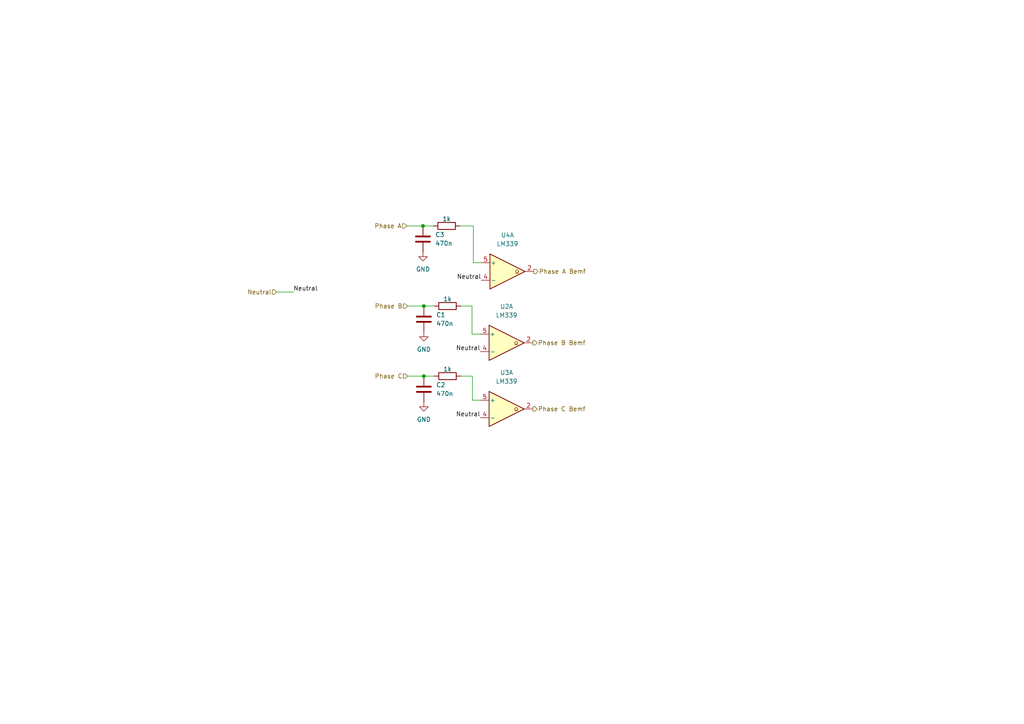
<source format=kicad_sch>
(kicad_sch (version 20230121) (generator eeschema)
  (paper "A4")
  (lib_symbols
    (symbol "Comparator:LM339" (pin_names (offset 0.127))
      (property "Reference" "U" (at 0 5.08 0))
      (property "Value" "LM339" (at 0 -5.08 0))
      (symbol "LM339_1_1"
        (polyline (pts (xy -5.08 5.08) (xy 5.08 0) (xy -5.08 -5.08) (xy -5.08 5.08)) (stroke (width 0.254)) (fill (type background)))
        (polyline (pts (xy 3.302 -0.508) (xy 2.794 -0.508) (xy 3.302 0) (xy 2.794 0.508) (xy 2.286 0) (xy 2.794 -0.508) (xy 2.286 -0.508)) (stroke (width 0.127)))
        (pin open_collector line (at 7.62 0 180) (length 2.54) (name "~") (number "2"))
        (pin input line (at -7.62 -2.54 0) (length 2.54) (name "-") (number "4"))
        (pin input line (at -7.62 2.54 0) (length 2.54) (name "+") (number "5"))
      )
      (symbol "LM339_2_1"
        (polyline (pts (xy -5.08 5.08) (xy 5.08 0) (xy -5.08 -5.08) (xy -5.08 5.08)) (stroke (width 0.254)) (fill (type background)))
        (polyline (pts (xy 3.302 -0.508) (xy 2.794 -0.508) (xy 3.302 0) (xy 2.794 0.508) (xy 2.286 0) (xy 2.794 -0.508) (xy 2.286 -0.508)) (stroke (width 0.127)))
        (pin open_collector line (at 7.62 0 180) (length 2.54) (name "~") (number "1"))
        (pin input line (at -7.62 -2.54 0) (length 2.54) (name "-") (number "6"))
        (pin input line (at -7.62 2.54 0) (length 2.54) (name "+") (number "7"))
      )
      (symbol "LM339_3_1"
        (polyline (pts (xy -5.08 5.08) (xy 5.08 0) (xy -5.08 -5.08) (xy -5.08 5.08)) (stroke (width 0.254)) (fill (type background)))
        (polyline (pts (xy 3.302 -0.508) (xy 2.794 -0.508) (xy 3.302 0) (xy 2.794 0.508) (xy 2.286 0) (xy 2.794 -0.508) (xy 2.286 -0.508)) (stroke (width 0.127)))
        (pin input line (at -7.62 -2.54 0) (length 2.54) (name "-") (number "10"))
        (pin input line (at -7.62 2.54 0) (length 2.54) (name "+") (number "11"))
        (pin open_collector line (at 7.62 0 180) (length 2.54) (name "~") (number "13"))
      )
      (symbol "LM339_4_1"
        (polyline (pts (xy -5.08 5.08) (xy 5.08 0) (xy -5.08 -5.08) (xy -5.08 5.08)) (stroke (width 0.254)) (fill (type background)))
        (polyline (pts (xy 3.302 -0.508) (xy 2.794 -0.508) (xy 3.302 0) (xy 2.794 0.508) (xy 2.286 0) (xy 2.794 -0.508) (xy 2.286 -0.508)) (stroke (width 0.127)))
        (pin open_collector line (at 7.62 0 180) (length 2.54) (name "~") (number "14"))
        (pin input line (at -7.62 -2.54 0) (length 2.54) (name "-") (number "8"))
        (pin input line (at -7.62 2.54 0) (length 2.54) (name "+") (number "9"))
      )
      (symbol "LM339_5_1"
        (pin power_in line (at -2.54 -7.62 90) (length 3.81) (name "V-") (number "12"))
        (pin power_in line (at -2.54 7.62 270) (length 3.81) (name "V+") (number "3"))
      )
    )
    (symbol "Device:C" (pin_numbers hide) (pin_names (offset 0.254))
      (property "Reference" "C" (at 0.635 2.54 0))
      (property "Value" "C" (at 0.635 -2.54 0))
      (symbol "C_0_1"
        (polyline (pts (xy -2.032 -0.762) (xy 2.032 -0.762)) (stroke (width 0.508)))
        (polyline (pts (xy -2.032 0.762) (xy 2.032 0.762)) (stroke (width 0.508)))
      )
      (symbol "C_1_1"
        (pin passive line (at 0 3.81 270) (length 2.794) (name "~") (number "1"))
        (pin passive line (at 0 -3.81 90) (length 2.794) (name "~") (number "2"))
      )
    )
    (symbol "Device:R" (pin_numbers hide) (pin_names (offset 0))
      (property "Reference" "R" (at 2.032 0 90))
      (property "Value" "R" (at 0 0 90))
      (symbol "R_0_1"
        (rectangle (start -1.016 -2.54) (end 1.016 2.54) (stroke (width 0.254)))
      )
      (symbol "R_1_1"
        (pin passive line (at 0 3.81 270) (length 1.27) (name "~") (number "1"))
        (pin passive line (at 0 -3.81 90) (length 1.27) (name "~") (number "2"))
      )
    )
    (symbol "power:GND" (power) (pin_names (offset 0))
      (property "Value" "GND" (at 0 -3.81 0))
      (symbol "GND_0_1"
        (polyline (pts (xy 0 0) (xy 0 -1.27) (xy 1.27 -1.27) (xy 0 -2.54) (xy -1.27 -1.27) (xy 0 -1.27)))
      )
      (symbol "GND_1_1"
        (pin power_in line (at 0 0 270) (length 0) hide (name "GND") (number "1"))
      )
    )
  )
  (junction (at 122.936 109.093))
  (junction (at 122.682 65.532))
  (junction (at 122.936 88.773))
  (wire (pts (xy 133.604 88.773) (xy 136.906 88.773)))
  (wire (pts (xy 136.906 88.773) (xy 136.906 96.901)))
  (wire (pts (xy 137.033 116.078) (xy 139.319 116.078)))
  (wire (pts (xy 118.237 109.093) (xy 122.936 109.093)))
  (wire (pts (xy 122.936 88.773) (xy 125.984 88.773)))
  (wire (pts (xy 137.287 65.532) (xy 137.287 76.2)))
  (wire (pts (xy 117.983 65.532) (xy 122.682 65.532)))
  (wire (pts (xy 118.237 88.773) (xy 122.936 88.773)))
  (wire (pts (xy 137.287 76.2) (xy 139.573 76.2)))
  (wire (pts (xy 137.033 109.093) (xy 137.033 116.078)))
  (wire (pts (xy 122.936 109.093) (xy 125.984 109.093)))
  (wire (pts (xy 136.906 96.901) (xy 139.319 96.901)))
  (wire (pts (xy 80.264 84.709) (xy 85.09 84.709)))
  (wire (pts (xy 133.604 109.093) (xy 137.033 109.093)))
  (wire (pts (xy 133.35 65.532) (xy 137.287 65.532)))
  (wire (pts (xy 122.682 65.532) (xy 125.73 65.532)))
  (label "Neutral" (at 85.09 84.709 0))
  (label "Neutral" (at 139.319 121.158 180))
  (label "Neutral" (at 139.319 101.981 180))
  (label "Neutral" (at 139.573 81.28 180))
  (hierarchical_label "Phase C" (shape input) (at 118.237 109.093 180))
  (hierarchical_label "Neutral" (shape input) (at 80.264 84.709 180))
  (hierarchical_label "Phase B" (shape input) (at 118.237 88.773 180))
  (hierarchical_label "Phase C Bemf" (shape output) (at 154.559 118.618 0))
  (hierarchical_label "Phase A" (shape input) (at 117.983 65.532 180))
  (hierarchical_label "Phase B Bemf" (shape output) (at 154.559 99.441 0))
  (hierarchical_label "Phase A Bemf" (shape output) (at 154.813 78.74 0))
  (symbol (lib_id "Comparator:LM339") (at 147.193 78.74 0) (unit 1)
    (property "Reference" "U4" (at 147.193 68.199 0))
    (property "Value" "LM339" (at 147.193 70.739 0))
    (property "Datasheet" "https://www.st.com/resource/en/datasheet/lm139.pdf" (effects hide))
  )
  (symbol (lib_id "power:GND") (at 122.682 73.152 0) (unit 1)
    (property "Reference" "#PWR07" (effects hide))
    (property "Value" "GND" (at 122.682 78.105 0))
  )
  (symbol (lib_id "power:GND") (at 122.936 96.393 0) (unit 1)
    (property "Reference" "#PWR05" (effects hide))
    (property "Value" "GND" (at 122.936 101.346 0))
  )
  (symbol (lib_id "power:GND") (at 122.936 116.713 0) (unit 1)
    (property "Reference" "#PWR06" (effects hide))
    (property "Value" "GND" (at 122.936 121.666 0))
  )
  (symbol (lib_id "Device:C") (at 122.936 92.583 0) (unit 1)
    (property "Reference" "C1" (at 126.492 91.313 0) (effects (justify left)))
    (property "Value" "470n" (at 126.492 93.853 0) (effects (justify left)))
  )
  (symbol (lib_id "Device:R") (at 129.54 65.532 270) (unit 1)
    (property "Reference" "R5" (effects hide))
    (property "Value" "1k" (at 129.54 63.5 90))
  )
  (symbol (lib_id "Comparator:LM339") (at 146.939 99.441 0) (unit 1)
    (property "Reference" "U2" (at 146.939 88.9 0))
    (property "Value" "LM339" (at 146.939 91.44 0))
    (property "Datasheet" "https://www.st.com/resource/en/datasheet/lm139.pdf" (effects hide))
  )
  (symbol (lib_id "Device:R") (at 129.794 109.093 270) (unit 1)
    (property "Reference" "R4" (effects hide))
    (property "Value" "1k" (at 129.794 107.061 90))
  )
  (symbol (lib_id "Comparator:LM339") (at 146.939 118.618 0) (unit 1)
    (property "Reference" "U3" (at 146.939 108.077 0))
    (property "Value" "LM339" (at 146.939 110.617 0))
    (property "Datasheet" "https://www.st.com/resource/en/datasheet/lm139.pdf" (effects hide))
  )
  (symbol (lib_id "Device:R") (at 129.794 88.773 270) (unit 1)
    (property "Reference" "R3" (effects hide))
    (property "Value" "1k" (at 129.794 86.741 90))
  )
  (symbol (lib_id "Device:C") (at 122.936 112.903 0) (unit 1)
    (property "Reference" "C2" (at 126.492 111.633 0) (effects (justify left)))
    (property "Value" "470n" (at 126.492 114.173 0) (effects (justify left)))
  )
  (symbol (lib_id "Device:C") (at 122.682 69.342 0) (unit 1)
    (property "Reference" "C3" (at 126.238 68.072 0) (effects (justify left)))
    (property "Value" "470n" (at 126.238 70.612 0) (effects (justify left)))
  )
)
</source>
